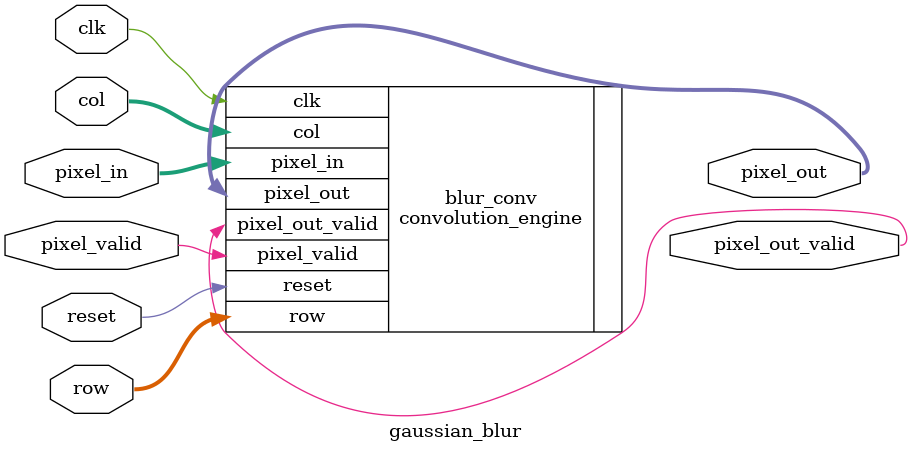
<source format=v>
/**
 * Gaussian Blur Filter Module
 *
 * Author: Zeke Mohammed
 * Date: September 2025
 *
 * Description:
 *   Implements 3x3 Gaussian blur filter for noise reduction and smoothing.
 *   Uses separable approximation for efficiency.
 *
 * Kernel (normalized):
 *   [1  2  1]     1
 *   [2  4  2]  ×  --
 *   [1  2  1]     16
 *
 * This is a close approximation to Gaussian distribution σ ≈ 0.85
 *
 * Performance:
 *   - Latency: ~1284 cycles
 *   - Throughput: 1 pixel/cycle
 *   - Resources: 9 DSP48E1, ~1200 LUTs, 2 BRAM
 */

module gaussian_blur #(
    parameter IMAGE_WIDTH = 640,
    parameter IMAGE_HEIGHT = 480
)(
    input  wire        clk,
    input  wire        reset,

    // Input pixel stream
    input  wire [7:0]  pixel_in,
    input  wire        pixel_valid,
    input  wire [9:0]  col,
    input  wire [9:0]  row,

    // Output stream
    output wire [7:0]  pixel_out,
    output wire        pixel_out_valid
);

    // ========================================================================
    // Gaussian Kernel in Q8.8 Fixed-Point
    // ========================================================================

    // Kernel values (sum = 16, so divide by 16 = right shift 4)
    localparam signed [15:0] K00 = 16'sh0100;  // 1.0
    localparam signed [15:0] K01 = 16'sh0200;  // 2.0
    localparam signed [15:0] K02 = 16'sh0100;  // 1.0
    localparam signed [15:0] K10 = 16'sh0200;  // 2.0
    localparam signed [15:0] K11 = 16'sh0400;  // 4.0
    localparam signed [15:0] K12 = 16'sh0200;  // 2.0
    localparam signed [15:0] K20 = 16'sh0100;  // 1.0
    localparam signed [15:0] K21 = 16'sh0200;  // 2.0
    localparam signed [15:0] K22 = 16'sh0100;  // 1.0

    // Normalization: divide by 16 = right shift by 4
    // But we're in Q8.8, so total shift = 8 + 4 = 12
    localparam NORM_SHIFT = 12;

    // ========================================================================
    // Convolution Engine Instantiation
    // ========================================================================

    convolution_engine #(
        .IMAGE_WIDTH(IMAGE_WIDTH),
        .IMAGE_HEIGHT(IMAGE_HEIGHT),
        .K00(K00), .K01(K01), .K02(K02),
        .K10(K10), .K11(K11), .K12(K12),
        .K20(K20), .K21(K21), .K22(K22),
        .NORM_SHIFT(NORM_SHIFT)
    ) blur_conv (
        .clk(clk),
        .reset(reset),
        .pixel_in(pixel_in),
        .pixel_valid(pixel_valid),
        .col(col),
        .row(row),
        .pixel_out(pixel_out),
        .pixel_out_valid(pixel_out_valid)
    );

    // Note: For stronger blur, could cascade multiple 3x3 Gaussian filters
    // or use larger kernel (5x5, 7x7), but this increases resource usage

endmodule

</source>
